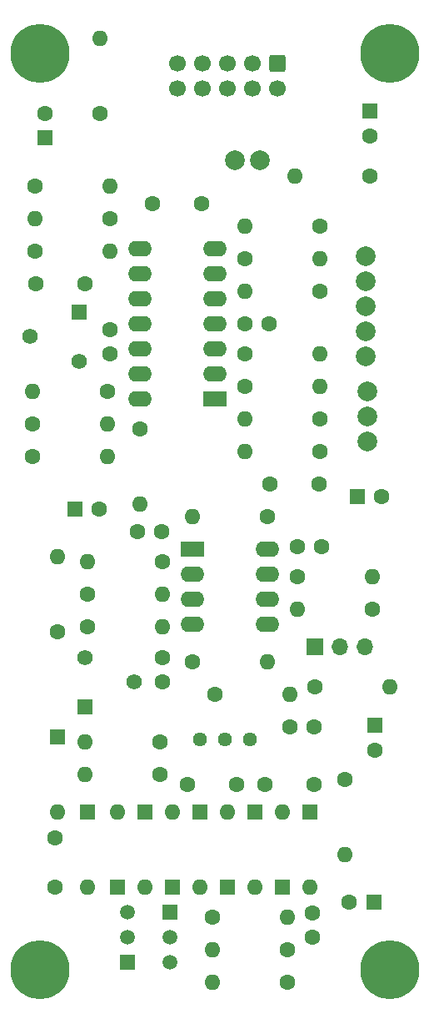
<source format=gbs>
G04 #@! TF.GenerationSoftware,KiCad,Pcbnew,(6.0.8-1)-1*
G04 #@! TF.CreationDate,2023-01-21T16:41:45+01:00*
G04 #@! TF.ProjectId,steiner-parker-vcf,73746569-6e65-4722-9d70-61726b65722d,rev?*
G04 #@! TF.SameCoordinates,Original*
G04 #@! TF.FileFunction,Soldermask,Bot*
G04 #@! TF.FilePolarity,Negative*
%FSLAX46Y46*%
G04 Gerber Fmt 4.6, Leading zero omitted, Abs format (unit mm)*
G04 Created by KiCad (PCBNEW (6.0.8-1)-1) date 2023-01-21 16:41:45*
%MOMM*%
%LPD*%
G01*
G04 APERTURE LIST*
G04 Aperture macros list*
%AMRoundRect*
0 Rectangle with rounded corners*
0 $1 Rounding radius*
0 $2 $3 $4 $5 $6 $7 $8 $9 X,Y pos of 4 corners*
0 Add a 4 corners polygon primitive as box body*
4,1,4,$2,$3,$4,$5,$6,$7,$8,$9,$2,$3,0*
0 Add four circle primitives for the rounded corners*
1,1,$1+$1,$2,$3*
1,1,$1+$1,$4,$5*
1,1,$1+$1,$6,$7*
1,1,$1+$1,$8,$9*
0 Add four rect primitives between the rounded corners*
20,1,$1+$1,$2,$3,$4,$5,0*
20,1,$1+$1,$4,$5,$6,$7,0*
20,1,$1+$1,$6,$7,$8,$9,0*
20,1,$1+$1,$8,$9,$2,$3,0*%
G04 Aperture macros list end*
%ADD10R,1.600000X1.600000*%
%ADD11O,1.600000X1.600000*%
%ADD12C,1.600000*%
%ADD13C,6.000000*%
%ADD14R,1.700000X1.700000*%
%ADD15O,1.700000X1.700000*%
%ADD16R,2.400000X1.600000*%
%ADD17O,2.400000X1.600000*%
%ADD18R,1.500000X1.500000*%
%ADD19C,1.500000*%
%ADD20RoundRect,0.250000X-0.600000X0.600000X-0.600000X-0.600000X0.600000X-0.600000X0.600000X0.600000X0*%
%ADD21C,1.700000*%
%ADD22R,1.560000X1.560000*%
%ADD23C,1.560000*%
%ADD24C,1.440000*%
%ADD25C,2.000000*%
G04 APERTURE END LIST*
D10*
X140970000Y-130556000D03*
D11*
X140970000Y-138176000D03*
D10*
X115316000Y-122936000D03*
D11*
X115316000Y-130556000D03*
D12*
X131318000Y-118618000D03*
D11*
X138938000Y-118618000D03*
D12*
X120396000Y-87884000D03*
D11*
X112776000Y-87884000D03*
D10*
X114046000Y-62142380D03*
D12*
X114046000Y-59642380D03*
D10*
X147486380Y-139700000D03*
D12*
X144986380Y-139700000D03*
D10*
X129794000Y-130556000D03*
D11*
X129794000Y-138176000D03*
D13*
X149098000Y-53594000D03*
D12*
X128564000Y-127762000D03*
X133564000Y-127762000D03*
X139700000Y-103632000D03*
X142200000Y-103632000D03*
X118110000Y-76962000D03*
X113110000Y-76962000D03*
D10*
X127000000Y-138176000D03*
D11*
X127000000Y-130556000D03*
D14*
X141478000Y-113792000D03*
D15*
X144018000Y-113792000D03*
X146558000Y-113792000D03*
D12*
X112776000Y-91186000D03*
D11*
X120396000Y-91186000D03*
D12*
X134366000Y-84074000D03*
D11*
X141986000Y-84074000D03*
D10*
X138176000Y-138176000D03*
D11*
X138176000Y-130556000D03*
D16*
X129017000Y-103896000D03*
D17*
X129017000Y-106436000D03*
X129017000Y-108976000D03*
X129017000Y-111516000D03*
X136637000Y-111516000D03*
X136637000Y-108976000D03*
X136637000Y-106436000D03*
X136637000Y-103896000D03*
D12*
X141224000Y-140736000D03*
X141224000Y-143236000D03*
D18*
X126746000Y-140716000D03*
D19*
X126746000Y-143256000D03*
X126746000Y-145796000D03*
D10*
X118364000Y-130556000D03*
D11*
X118364000Y-138176000D03*
D12*
X118364000Y-108458000D03*
D11*
X125984000Y-108458000D03*
D12*
X115316000Y-112268000D03*
D11*
X115316000Y-104648000D03*
D12*
X129032000Y-115316000D03*
D11*
X136652000Y-115316000D03*
D12*
X136652000Y-100584000D03*
D11*
X129032000Y-100584000D03*
D13*
X113538000Y-53594000D03*
D12*
X136946000Y-97282000D03*
X141946000Y-97282000D03*
X134366000Y-81026000D03*
X136866000Y-81026000D03*
D10*
X147574000Y-121753621D03*
D12*
X147574000Y-124253621D03*
X125984000Y-105156000D03*
D11*
X118364000Y-105156000D03*
D12*
X120650000Y-70358000D03*
D11*
X113030000Y-70358000D03*
D12*
X141986000Y-90678000D03*
D11*
X134366000Y-90678000D03*
D20*
X137668000Y-54610000D03*
D21*
X137668000Y-57150000D03*
X135128000Y-54610000D03*
X135128000Y-57150000D03*
X132588000Y-54610000D03*
X132588000Y-57150000D03*
X130048000Y-54610000D03*
X130048000Y-57150000D03*
X127508000Y-54610000D03*
X127508000Y-57150000D03*
D12*
X138958000Y-121920000D03*
X141458000Y-121920000D03*
X130008000Y-68834000D03*
X125008000Y-68834000D03*
D22*
X117556000Y-79796000D03*
D23*
X112556000Y-82296000D03*
X117556000Y-84796000D03*
D12*
X120650000Y-84074000D03*
X120650000Y-81574000D03*
D24*
X134884000Y-123190000D03*
X132344000Y-123190000D03*
X129804000Y-123190000D03*
D10*
X147066000Y-59436000D03*
D12*
X147066000Y-61936000D03*
X134366000Y-74422000D03*
D11*
X141986000Y-74422000D03*
D12*
X125730000Y-126746000D03*
D11*
X118110000Y-126746000D03*
D10*
X132588000Y-138176000D03*
D11*
X132588000Y-130556000D03*
D12*
X113030000Y-67056000D03*
D11*
X120650000Y-67056000D03*
D25*
X133350000Y-64389000D03*
X135890000Y-64389000D03*
D12*
X115062000Y-138136000D03*
X115062000Y-133136000D03*
D10*
X135382000Y-130556000D03*
D11*
X135382000Y-138176000D03*
D12*
X147320000Y-109982000D03*
D11*
X139700000Y-109982000D03*
D12*
X125730000Y-123444000D03*
D11*
X118110000Y-123444000D03*
D12*
X113030000Y-73660000D03*
D11*
X120650000Y-73660000D03*
D13*
X149098000Y-146558000D03*
D12*
X144526000Y-127254000D03*
D11*
X144526000Y-134874000D03*
D22*
X118156000Y-119848000D03*
D23*
X123156000Y-117348000D03*
X118156000Y-114848000D03*
D12*
X138684000Y-144526000D03*
D11*
X131064000Y-144526000D03*
D12*
X147066000Y-66040000D03*
D11*
X139446000Y-66040000D03*
D12*
X134366000Y-87376000D03*
D11*
X141986000Y-87376000D03*
D12*
X138684000Y-147828000D03*
D11*
X131064000Y-147828000D03*
D16*
X131333000Y-88651000D03*
D17*
X131333000Y-86111000D03*
X131333000Y-83571000D03*
X131333000Y-81031000D03*
X131333000Y-78491000D03*
X131333000Y-75951000D03*
X131333000Y-73411000D03*
X123713000Y-73411000D03*
X123713000Y-75951000D03*
X123713000Y-78491000D03*
X123713000Y-81031000D03*
X123713000Y-83571000D03*
X123713000Y-86111000D03*
X123713000Y-88651000D03*
D12*
X131064000Y-141224000D03*
D11*
X138684000Y-141224000D03*
D12*
X141986000Y-77724000D03*
D11*
X134366000Y-77724000D03*
D12*
X125984000Y-117348000D03*
X125984000Y-114848000D03*
D10*
X124206000Y-130556000D03*
D11*
X124206000Y-138176000D03*
D10*
X145796000Y-98552000D03*
D12*
X148296000Y-98552000D03*
X112776000Y-94488000D03*
D11*
X120396000Y-94488000D03*
D12*
X139700000Y-106680000D03*
D11*
X147320000Y-106680000D03*
D10*
X121412000Y-138176000D03*
D11*
X121412000Y-130556000D03*
D25*
X146812000Y-92964000D03*
X146812000Y-90424000D03*
X146812000Y-87884000D03*
D10*
X117094000Y-99822000D03*
D12*
X119594000Y-99822000D03*
X125964000Y-102108000D03*
X123464000Y-102108000D03*
X118364000Y-111760000D03*
D11*
X125984000Y-111760000D03*
D12*
X141986000Y-71120000D03*
D11*
X134366000Y-71120000D03*
D13*
X113538000Y-146558000D03*
D12*
X136438000Y-127762000D03*
X141438000Y-127762000D03*
D18*
X122428000Y-145796000D03*
D19*
X122428000Y-143256000D03*
X122428000Y-140716000D03*
D12*
X123698000Y-91694000D03*
D11*
X123698000Y-99314000D03*
D12*
X141986000Y-93980000D03*
D11*
X134366000Y-93980000D03*
D12*
X141478000Y-117856000D03*
D11*
X149098000Y-117856000D03*
D12*
X119634000Y-59690000D03*
D11*
X119634000Y-52070000D03*
D25*
X146685000Y-84328000D03*
X146685000Y-81788000D03*
X146685000Y-79248000D03*
X146685000Y-76708000D03*
X146685000Y-74168000D03*
M02*

</source>
